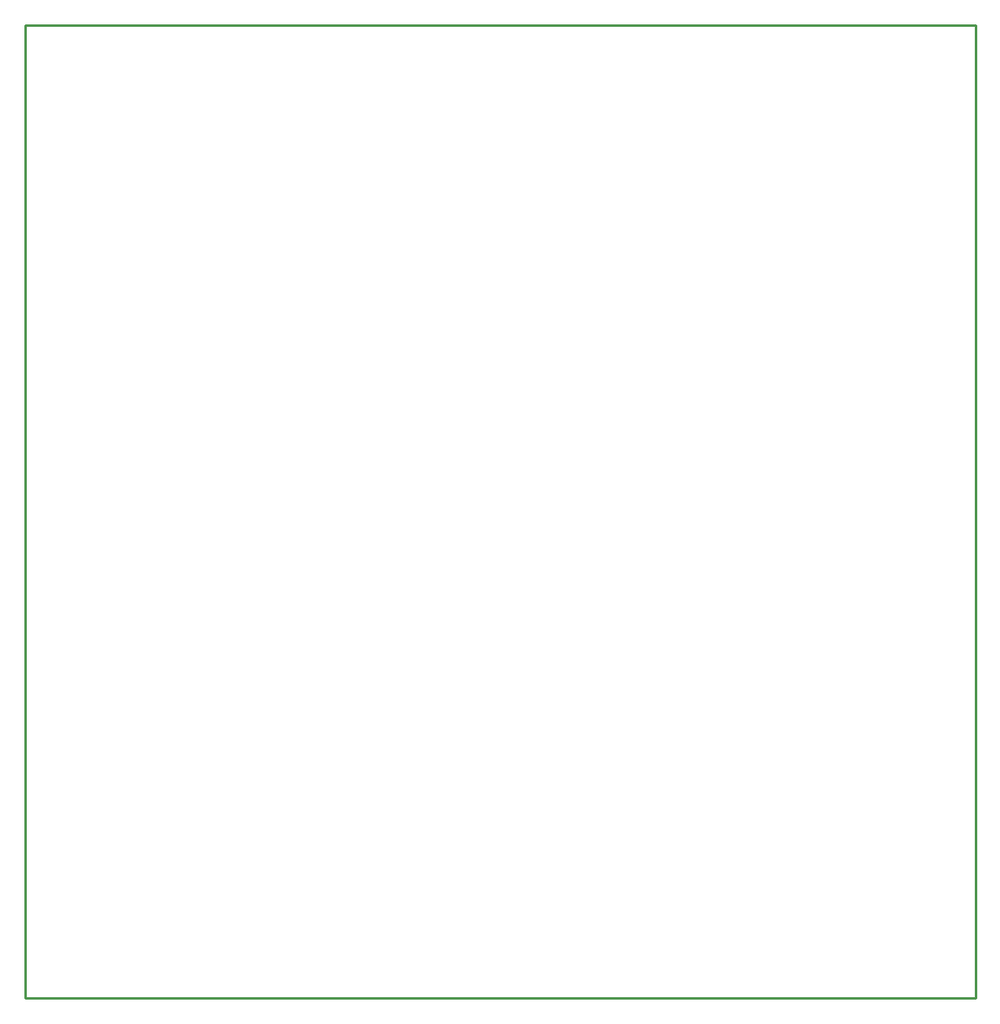
<source format=gko>
G04 Layer_Color=16711935*
%FSLAX25Y25*%
%MOIN*%
G70*
G01*
G75*
%ADD30C,0.01000*%
D30*
X0Y0D02*
Y399000D01*
X390000D01*
Y0D02*
Y399000D01*
X0Y0D02*
X390000D01*
M02*

</source>
